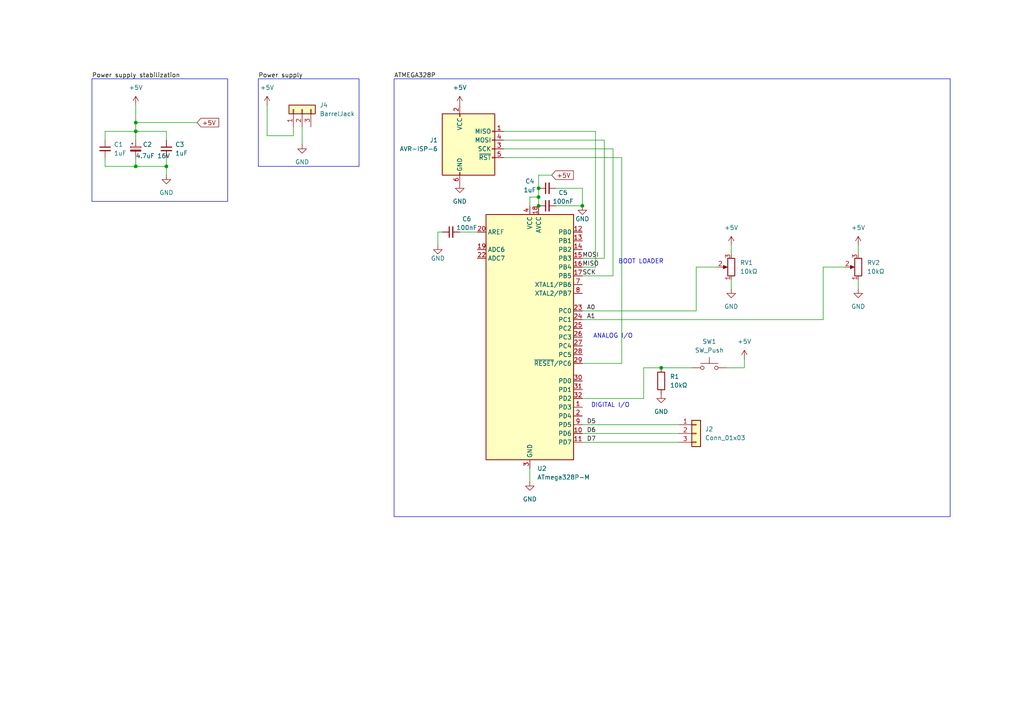
<source format=kicad_sch>
(kicad_sch (version 20250114) (generator "eeschema") (generator_version "9.0")
  (paper "A4")
  (lib_symbols
    (symbol "Connector:AVR-ISP-6" (pin_names (offset 1.016))
      (property "Reference" "J" (at -6.35 11.43 0))
      (property "Value" "AVR-ISP-6" (at 0 11.43 0))
      (symbol "AVR-ISP-6_0_1"
        (rectangle (start -2.667 10.16) (end -2.413 9.398))
        (rectangle (start -2.667 -6.858) (end -2.413 -7.62))
        (rectangle (start 7.62 10.16) (end -7.62 -7.62) (stroke (width 0.254)) (fill (type background)))
        (rectangle (start 7.62 5.207) (end 6.858 4.953))
        (rectangle (start 7.62 2.667) (end 6.858 2.413))
        (rectangle (start 7.62 0.127) (end 6.858 -0.127))
        (rectangle (start 7.62 -2.413) (end 6.858 -2.667))
      )
      (symbol "AVR-ISP-6_1_1"
        (pin passive line (at -2.54 12.7 270) (length 2.54) (name "VCC") (number "2"))
        (pin passive line (at -2.54 -10.16 90) (length 2.54) (name "GND") (number "6"))
        (pin passive line (at 10.16 5.08 180) (length 2.54) (name "MISO") (number "1"))
        (pin passive line (at 10.16 2.54 180) (length 2.54) (name "MOSI") (number "4"))
        (pin passive line (at 10.16 0 180) (length 2.54) (name "SCK") (number "3"))
        (pin passive line (at 10.16 -2.54 180) (length 2.54) (name "~{RST}") (number "5"))
      )
    )
    (symbol "Connector_Generic:Conn_01x03" (pin_names (offset 1.016) (hide yes))
      (property "Reference" "J" (at 0 5.08 0))
      (property "Value" "Conn_01x03" (at 0 -5.08 0))
      (symbol "Conn_01x03_1_1"
        (rectangle (start -1.27 3.81) (end 1.27 -3.81) (stroke (width 0.254)) (fill (type background)))
        (rectangle (start -1.27 2.667) (end 0 2.413) (stroke (width 0.1524)))
        (rectangle (start -1.27 0.127) (end 0 -0.127) (stroke (width 0.1524)))
        (rectangle (start -1.27 -2.413) (end 0 -2.667) (stroke (width 0.1524)))
        (pin passive line (at -5.08 2.54 0) (length 3.81) (name "Pin_1") (number "1"))
        (pin passive line (at -5.08 0 0) (length 3.81) (name "Pin_2") (number "2"))
        (pin passive line (at -5.08 -2.54 0) (length 3.81) (name "Pin_3") (number "3"))
      )
    )
    (symbol "Device:C_Polarized_Small" (pin_numbers (hide yes)) (pin_names (offset 0.254) (hide yes))
      (property "Reference" "C" (at 0.254 1.778 0))
      (property "Value" "C_Polarized_Small" (at 0.254 -2.032 0))
      (symbol "C_Polarized_Small_0_1"
        (rectangle (start -1.524 0.6858) (end 1.524 0.3048))
        (rectangle (start -1.524 -0.3048) (end 1.524 -0.6858) (fill (type outline)))
        (polyline (pts (xy -1.27 1.524) (xy -0.762 1.524)))
        (polyline (pts (xy -1.016 1.27) (xy -1.016 1.778)))
      )
      (symbol "C_Polarized_Small_1_1"
        (pin passive line (at 0 2.54 270) (length 1.8542) (name "~") (number "1"))
        (pin passive line (at 0 -2.54 90) (length 1.8542) (name "~") (number "2"))
      )
    )
    (symbol "Device:C_Small" (pin_numbers (hide yes)) (pin_names (offset 0.254) (hide yes))
      (property "Reference" "C" (at 0.254 1.778 0))
      (property "Value" "C_Small" (at 0.254 -2.032 0))
      (symbol "C_Small_0_1"
        (polyline (pts (xy -1.524 0.508) (xy 1.524 0.508)) (stroke (width 0.3048)))
        (polyline (pts (xy -1.524 -0.508) (xy 1.524 -0.508)) (stroke (width 0.3302)))
      )
      (symbol "C_Small_1_1"
        (pin passive line (at 0 2.54 270) (length 2.032) (name "~") (number "1"))
        (pin passive line (at 0 -2.54 90) (length 2.032) (name "~") (number "2"))
      )
    )
    (symbol "Device:R" (pin_numbers (hide yes)) (pin_names (offset 0))
      (property "Reference" "R" (at 2.032 0 90))
      (property "Value" "R" (at 0 0 90))
      (symbol "R_0_1"
        (rectangle (start -1.016 -2.54) (end 1.016 2.54) (stroke (width 0.254)))
      )
      (symbol "R_1_1"
        (pin passive line (at 0 3.81 270) (length 1.27) (name "~") (number "1"))
        (pin passive line (at 0 -3.81 90) (length 1.27) (name "~") (number "2"))
      )
    )
    (symbol "Device:R_Potentiometer" (pin_names (offset 1.016) (hide yes))
      (property "Reference" "RV" (at -4.445 0 90))
      (property "Value" "R_Potentiometer" (at -2.54 0 90))
      (symbol "R_Potentiometer_0_1"
        (rectangle (start 1.016 2.54) (end -1.016 -2.54) (stroke (width 0.254)))
        (polyline (pts (xy 1.143 0) (xy 2.286 0.508) (xy 2.286 -0.508) (xy 1.143 0)) (fill (type outline)))
        (polyline (pts (xy 2.54 0) (xy 1.524 0)))
      )
      (symbol "R_Potentiometer_1_1"
        (pin passive line (at 0 3.81 270) (length 1.27) (name "1") (number "1"))
        (pin passive line (at 0 -3.81 90) (length 1.27) (name "3") (number "3"))
        (pin passive line (at 3.81 0 180) (length 1.27) (name "2") (number "2"))
      )
    )
    (symbol "MCU_Microchip_ATmega:ATmega328P-M"
      (property "Reference" "U" (at -12.7 36.83 0))
      (property "Value" "ATmega328P-M" (at 2.54 -36.83 0))
      (symbol "ATmega328P-M_0_1"
        (rectangle (start -12.7 -35.56) (end 12.7 35.56) (stroke (width 0.254)) (fill (type background)))
      )
      (symbol "ATmega328P-M_1_1"
        (pin passive line (at -15.24 30.48 0) (length 2.54) (name "AREF") (number "20"))
        (pin input line (at -15.24 25.4 0) (length 2.54) (name "ADC6") (number "19"))
        (pin input line (at -15.24 22.86 0) (length 2.54) (name "ADC7") (number "22"))
        (pin power_in line (at 0 38.1 270) (length 2.54) (name "VCC") (number "4"))
        (pin passive line (at 0 38.1 270) (length 2.54) (hide yes) (name "VCC") (number "6"))
        (pin passive line (at 0 -38.1 90) (length 2.54) (hide yes) (name "GND") (number "21"))
        (pin power_in line (at 0 -38.1 90) (length 2.54) (name "GND") (number "3"))
        (pin passive line (at 0 -38.1 90) (length 2.54) (hide yes) (name "GND") (number "33"))
        (pin passive line (at 0 -38.1 90) (length 2.54) (hide yes) (name "GND") (number "5"))
        (pin power_in line (at 2.54 38.1 270) (length 2.54) (name "AVCC") (number "18"))
        (pin bidirectional line (at 15.24 30.48 180) (length 2.54) (name "PB0") (number "12"))
        (pin bidirectional line (at 15.24 27.94 180) (length 2.54) (name "PB1") (number "13"))
        (pin bidirectional line (at 15.24 25.4 180) (length 2.54) (name "PB2") (number "14"))
        (pin bidirectional line (at 15.24 22.86 180) (length 2.54) (name "PB3") (number "15"))
        (pin bidirectional line (at 15.24 20.32 180) (length 2.54) (name "PB4") (number "16"))
        (pin bidirectional line (at 15.24 17.78 180) (length 2.54) (name "PB5") (number "17"))
        (pin bidirectional line (at 15.24 15.24 180) (length 2.54) (name "XTAL1/PB6") (number "7"))
        (pin bidirectional line (at 15.24 12.7 180) (length 2.54) (name "XTAL2/PB7") (number "8"))
        (pin bidirectional line (at 15.24 7.62 180) (length 2.54) (name "PC0") (number "23"))
        (pin bidirectional line (at 15.24 5.08 180) (length 2.54) (name "PC1") (number "24"))
        (pin bidirectional line (at 15.24 2.54 180) (length 2.54) (name "PC2") (number "25"))
        (pin bidirectional line (at 15.24 0 180) (length 2.54) (name "PC3") (number "26"))
        (pin bidirectional line (at 15.24 -2.54 180) (length 2.54) (name "PC4") (number "27"))
        (pin bidirectional line (at 15.24 -5.08 180) (length 2.54) (name "PC5") (number "28"))
        (pin bidirectional line (at 15.24 -7.62 180) (length 2.54) (name "~{RESET}/PC6") (number "29"))
        (pin bidirectional line (at 15.24 -12.7 180) (length 2.54) (name "PD0") (number "30"))
        (pin bidirectional line (at 15.24 -15.24 180) (length 2.54) (name "PD1") (number "31"))
        (pin bidirectional line (at 15.24 -17.78 180) (length 2.54) (name "PD2") (number "32"))
        (pin bidirectional line (at 15.24 -20.32 180) (length 2.54) (name "PD3") (number "1"))
        (pin bidirectional line (at 15.24 -22.86 180) (length 2.54) (name "PD4") (number "2"))
        (pin bidirectional line (at 15.24 -25.4 180) (length 2.54) (name "PD5") (number "9"))
        (pin bidirectional line (at 15.24 -27.94 180) (length 2.54) (name "PD6") (number "10"))
        (pin bidirectional line (at 15.24 -30.48 180) (length 2.54) (name "PD7") (number "11"))
      )
    )
    (symbol "Switch:SW_Push" (pin_numbers (hide yes)) (pin_names (offset 1.016) (hide yes))
      (property "Reference" "SW" (at 1.27 2.54 0))
      (property "Value" "SW_Push" (at 0 -1.524 0))
      (symbol "SW_Push_0_1"
        (circle (center -2.032 0) (radius 0.508))
        (polyline (pts (xy 0 1.27) (xy 0 3.048)))
        (circle (center 2.032 0) (radius 0.508))
        (polyline (pts (xy 2.54 1.27) (xy -2.54 1.27)))
        (pin passive line (at -5.08 0 0) (length 2.54) (name "1") (number "1"))
        (pin passive line (at 5.08 0 180) (length 2.54) (name "2") (number "2"))
      )
    )
    (symbol "power:+5V" (power) (pin_numbers (hide yes)) (pin_names (offset 0) (hide yes))
      (property "Value" "+5V" (at 0 3.556 0))
      (symbol "+5V_0_1"
        (polyline (pts (xy -0.762 1.27) (xy 0 2.54)))
        (polyline (pts (xy 0 2.54) (xy 0.762 1.27)))
        (polyline (pts (xy 0 0) (xy 0 2.54)))
      )
      (symbol "+5V_1_1"
        (pin power_in line (at 0 0 90) (length 0) (name "~") (number "1"))
      )
    )
    (symbol "power:GND" (power) (pin_numbers (hide yes)) (pin_names (offset 0) (hide yes))
      (property "Value" "GND" (at 0 -3.81 0))
      (symbol "GND_0_1"
        (polyline (pts (xy 0 0) (xy 0 -1.27) (xy 1.27 -1.27) (xy 0 -2.54) (xy -1.27 -1.27) (xy 0 -1.27)))
      )
      (symbol "GND_1_1"
        (pin power_in line (at 0 0 270) (length 0) (name "~") (number "1"))
      )
    )
  )
  (rectangle (start 74.93 22.86) (end 104.14 48.26))
  (rectangle (start 26.67 22.86) (end 66.04 58.42))
  (rectangle (start 114.3 22.86) (end 275.59 149.86))
  (text "BOOT LOADER" (at 185.928 75.946 0) (effects (font (size 1.27 1.27))))
  (text "ANALOG I/O" (at 177.8 97.536 0) (effects (font (size 1.27 1.27))))
  (text "DIGITAL I/O" (at 177.038 117.602 0) (effects (font (size 1.27 1.27))))
  (junction (at 39.37 35.56))
  (junction (at 39.37 38.1))
  (junction (at 191.77 106.68))
  (junction (at 39.37 48.26))
  (junction (at 156.21 59.69))
  (junction (at 48.26 48.26))
  (junction (at 156.21 54.61))
  (junction (at 168.91 59.69))
  (junction (at 156.21 57.15))
  (wire (pts (xy 156.21 50.8) (xy 160.02 50.8)))
  (wire (pts (xy 248.92 81.28) (xy 248.92 83.82)))
  (wire (pts (xy 39.37 30.48) (xy 39.37 35.56)))
  (wire (pts (xy 201.93 90.17) (xy 201.93 77.47)))
  (wire (pts (xy 30.48 48.26) (xy 30.48 45.72)))
  (wire (pts (xy 186.69 115.57) (xy 186.69 106.68)))
  (wire (pts (xy 85.09 36.83) (xy 85.09 39.37)))
  (wire (pts (xy 77.47 30.48) (xy 77.47 39.37)))
  (wire (pts (xy 172.72 77.47) (xy 168.91 77.47)))
  (wire (pts (xy 238.76 92.71) (xy 238.76 77.47)))
  (wire (pts (xy 153.67 135.89) (xy 153.67 139.7)))
  (wire (pts (xy 39.37 38.1) (xy 48.26 38.1)))
  (wire (pts (xy 180.34 45.72) (xy 180.34 105.41)))
  (wire (pts (xy 248.92 71.12) (xy 248.92 73.66)))
  (wire (pts (xy 168.91 90.17) (xy 201.93 90.17)))
  (wire (pts (xy 85.09 39.37) (xy 77.47 39.37)))
  (wire (pts (xy 168.91 80.01) (xy 177.8 80.01)))
  (wire (pts (xy 168.91 125.73) (xy 196.85 125.73)))
  (wire (pts (xy 156.21 54.61) (xy 156.21 57.15)))
  (wire (pts (xy 172.72 38.1) (xy 172.72 77.47)))
  (wire (pts (xy 30.48 38.1) (xy 30.48 40.64)))
  (wire (pts (xy 168.91 115.57) (xy 186.69 115.57)))
  (wire (pts (xy 30.48 38.1) (xy 39.37 38.1)))
  (wire (pts (xy 156.21 57.15) (xy 156.21 59.69)))
  (wire (pts (xy 127 67.31) (xy 127 71.12)))
  (wire (pts (xy 175.26 74.93) (xy 168.91 74.93)))
  (wire (pts (xy 48.26 48.26) (xy 48.26 50.8)))
  (wire (pts (xy 39.37 45.72) (xy 39.37 48.26)))
  (wire (pts (xy 39.37 48.26) (xy 30.48 48.26)))
  (wire (pts (xy 238.76 77.47) (xy 245.11 77.47)))
  (wire (pts (xy 39.37 35.56) (xy 39.37 38.1)))
  (wire (pts (xy 48.26 48.26) (xy 39.37 48.26)))
  (wire (pts (xy 161.29 54.61) (xy 168.91 54.61)))
  (wire (pts (xy 146.05 40.64) (xy 175.26 40.64)))
  (wire (pts (xy 212.09 81.28) (xy 212.09 83.82)))
  (wire (pts (xy 215.9 106.68) (xy 215.9 104.14)))
  (wire (pts (xy 186.69 106.68) (xy 191.77 106.68)))
  (wire (pts (xy 191.77 106.68) (xy 200.66 106.68)))
  (wire (pts (xy 48.26 38.1) (xy 48.26 40.64)))
  (wire (pts (xy 153.67 59.69) (xy 153.67 57.15)))
  (wire (pts (xy 87.63 36.83) (xy 87.63 41.91)))
  (wire (pts (xy 146.05 38.1) (xy 172.72 38.1)))
  (wire (pts (xy 161.29 59.69) (xy 168.91 59.69)))
  (wire (pts (xy 177.8 80.01) (xy 177.8 43.18)))
  (wire (pts (xy 133.35 67.31) (xy 138.43 67.31)))
  (wire (pts (xy 168.91 123.19) (xy 196.85 123.19)))
  (wire (pts (xy 210.82 106.68) (xy 215.9 106.68)))
  (wire (pts (xy 156.21 50.8) (xy 156.21 54.61)))
  (wire (pts (xy 201.93 77.47) (xy 208.28 77.47)))
  (wire (pts (xy 168.91 54.61) (xy 168.91 59.69)))
  (wire (pts (xy 212.09 71.12) (xy 212.09 73.66)))
  (wire (pts (xy 48.26 45.72) (xy 48.26 48.26)))
  (wire (pts (xy 180.34 105.41) (xy 168.91 105.41)))
  (wire (pts (xy 128.27 67.31) (xy 127 67.31)))
  (wire (pts (xy 177.8 43.18) (xy 146.05 43.18)))
  (wire (pts (xy 39.37 38.1) (xy 39.37 40.64)))
  (wire (pts (xy 153.67 57.15) (xy 156.21 57.15)))
  (wire (pts (xy 175.26 40.64) (xy 175.26 74.93)))
  (wire (pts (xy 168.91 128.27) (xy 196.85 128.27)))
  (wire (pts (xy 39.37 35.56) (xy 57.15 35.56)))
  (wire (pts (xy 168.91 92.71) (xy 238.76 92.71)))
  (wire (pts (xy 146.05 45.72) (xy 180.34 45.72)))
  (label "MISO" (at 168.91 77.47 0))
  (label "MOSI" (at 168.91 74.93 0))
  (label "D6" (at 170.18 125.73 0))
  (label "A0" (at 170.18 90.17 0))
  (label "D5" (at 170.18 123.19 0))
  (label "Power supply stabilization" (at 26.67 22.86 0))
  (label "A1" (at 170.18 92.71 0))
  (label "D7" (at 170.18 128.27 0))
  (label "SCK" (at 168.91 80.01 0))
  (label "ATMEGA328P" (at 114.3 22.86 0))
  (label "Power supply" (at 74.93 22.86 0))
  (global_label "+5V" (shape input) (at 160.02 50.8 0) (property "Intersheetrefs" "${INTERSHEET_REFS}" (effects (hide yes))))
  (global_label "+5V" (shape input) (at 57.15 35.56 0) (property "Intersheetrefs" "${INTERSHEET_REFS}" (effects (hide yes))))
  (symbol (lib_id "Device:R_Potentiometer") (at 212.09 77.47 180) (unit 1)
    (property "Reference" "RV1" (at 214.63 76.1999 0) (effects (justify right)))
    (property "Value" "10kΩ" (at 214.63 78.7399 0) (effects (justify right)))
    (property "Footprint" "Potentiometer_THT:Potentiometer_ACP_CA9-V10_Vertical" (effects (hide yes)))
    (property "Description" "Potentiometer" (effects (hide yes)))
  )
  (symbol (lib_id "Device:R") (at 191.77 110.49 0) (unit 1)
    (property "Reference" "R1" (at 194.31 109.2199 0) (effects (justify left)))
    (property "Value" "10kΩ" (at 194.31 111.7599 0) (effects (justify left)))
    (property "Footprint" "Resistor_SMD:R_0201_0603Metric" (effects (hide yes)))
    (property "Description" "Resistor" (effects (hide yes)))
  )
  (symbol (lib_id "power:GND") (at 48.26 50.8 0) (unit 1)
    (property "Reference" "#PWR05" (effects (hide yes)))
    (property "Value" "GND" (at 48.26 55.88 0))
    (property "Description" "Power symbol creates a global label with name \"GND\" , ground" (effects (hide yes)))
  )
  (symbol (lib_id "Device:C_Polarized_Small") (at 39.37 43.18 0) (unit 1)
    (property "Reference" "C2" (at 41.402 41.91 0) (effects (justify left)))
    (property "Value" "4.7uF 16V" (at 39.37 45.212 0) (effects (justify left)))
    (property "Footprint" "Capacitor_SMD:C_0201_0603Metric" (effects (hide yes)))
    (property "Description" "Polarized capacitor, small symbol" (effects (hide yes)))
  )
  (symbol (lib_id "Connector:AVR-ISP-6") (at 135.89 43.18 0) (unit 1)
    (property "Reference" "J1" (at 127 40.6399 0) (effects (justify right)))
    (property "Value" "AVR-ISP-6" (at 127 43.1799 0) (effects (justify right)))
    (property "Footprint" "Connector_Harwin:Harwin_LTek-Male_2x03_P2.00mm_Vertical_StrainRelief" (effects (hide yes)))
    (property "Description" "Atmel 6-pin ISP connector" (effects (hide yes)))
  )
  (symbol (lib_id "Device:C_Small") (at 158.75 54.61 90) (unit 1)
    (property "Reference" "C4" (at 153.67 52.578 90))
    (property "Value" "1uF" (at 153.67 55.118 90))
    (property "Footprint" "Capacitor_SMD:C_0201_0603Metric" (effects (hide yes)))
    (property "Description" "Unpolarized capacitor, small symbol" (effects (hide yes)))
  )
  (symbol (lib_id "power:GND") (at 133.35 53.34 0) (unit 1)
    (property "Reference" "#PWR02" (effects (hide yes)))
    (property "Value" "GND" (at 133.35 58.42 0))
    (property "Description" "Power symbol creates a global label with name \"GND\" , ground" (effects (hide yes)))
  )
  (symbol (lib_id "power:+5V") (at 215.9 104.14 0) (unit 1)
    (property "Reference" "#PWR012" (effects (hide yes)))
    (property "Value" "+5V" (at 215.9 99.06 0))
    (property "Description" "Power symbol creates a global label with name \"+5V\"" (effects (hide yes)))
  )
  (symbol (lib_id "power:+5V") (at 248.92 71.12 0) (unit 1)
    (property "Reference" "#PWR08" (effects (hide yes)))
    (property "Value" "+5V" (at 248.92 66.04 0))
    (property "Description" "Power symbol creates a global label with name \"+5V\"" (effects (hide yes)))
  )
  (symbol (lib_id "Device:R_Potentiometer") (at 248.92 77.47 180) (unit 1)
    (property "Reference" "RV2" (at 251.46 76.1999 0) (effects (justify right)))
    (property "Value" "10kΩ" (at 251.46 78.7399 0) (effects (justify right)))
    (property "Footprint" "Potentiometer_THT:Potentiometer_ACP_CA9-V10_Vertical" (effects (hide yes)))
    (property "Description" "Potentiometer" (effects (hide yes)))
  )
  (symbol (lib_id "power:+5V") (at 212.09 71.12 0) (unit 1)
    (property "Reference" "#PWR09" (effects (hide yes)))
    (property "Value" "+5V" (at 212.09 66.04 0))
    (property "Description" "Power symbol creates a global label with name \"+5V\"" (effects (hide yes)))
  )
  (symbol (lib_id "power:GND") (at 127 71.12 0) (unit 1)
    (property "Reference" "#PWR015" (effects (hide yes)))
    (property "Value" "GND" (at 127 74.93 0))
    (property "Description" "Power symbol creates a global label with name \"GND\" , ground" (effects (hide yes)))
  )
  (symbol (lib_id "power:+5V") (at 39.37 30.48 0) (unit 1)
    (property "Reference" "#PWR04" (effects (hide yes)))
    (property "Value" "+5V" (at 39.37 25.4 0))
    (property "Description" "Power symbol creates a global label with name \"+5V\"" (effects (hide yes)))
  )
  (symbol (lib_id "power:GND") (at 248.92 83.82 0) (unit 1)
    (property "Reference" "#PWR010" (effects (hide yes)))
    (property "Value" "GND" (at 248.92 88.9 0))
    (property "Description" "Power symbol creates a global label with name \"GND\" , ground" (effects (hide yes)))
  )
  (symbol (lib_id "Device:C_Small") (at 30.48 43.18 0) (unit 1)
    (property "Reference" "C1" (at 33.02 41.9162 0) (effects (justify left)))
    (property "Value" "1uF" (at 33.02 44.4562 0) (effects (justify left)))
    (property "Footprint" "Capacitor_SMD:C_0201_0603Metric" (effects (hide yes)))
    (property "Description" "Unpolarized capacitor, small symbol" (effects (hide yes)))
  )
  (symbol (lib_id "Connector_Generic:Conn_01x03") (at 201.93 125.73 0) (unit 1)
    (property "Reference" "J2" (at 204.47 124.4599 0) (effects (justify left)))
    (property "Value" "Conn_01x03" (at 204.47 126.9999 0) (effects (justify left)))
    (property "Footprint" "Connector_PinHeader_2.54mm:PinHeader_1x03_P2.54mm_Vertical" (effects (hide yes)))
    (property "Description" "Generic connector, single row, 01x03, script generated (kicad-library-utils/schlib/autogen/connector/)" (effects (hide yes)))
  )
  (symbol (lib_id "power:GND") (at 168.91 59.69 0) (unit 1)
    (property "Reference" "#PWR014" (effects (hide yes)))
    (property "Value" "GND" (at 168.91 63.5 0))
    (property "Description" "Power symbol creates a global label with name \"GND\" , ground" (effects (hide yes)))
  )
  (symbol (lib_id "power:+5V") (at 77.47 30.48 0) (unit 1)
    (property "Reference" "#PWR06" (effects (hide yes)))
    (property "Value" "+5V" (at 77.47 25.4 0))
    (property "Description" "Power symbol creates a global label with name \"+5V\"" (effects (hide yes)))
  )
  (symbol (lib_id "Device:C_Small") (at 48.26 43.18 0) (unit 1)
    (property "Reference" "C3" (at 50.8 41.9162 0) (effects (justify left)))
    (property "Value" "1uF" (at 50.8 44.4562 0) (effects (justify left)))
    (property "Footprint" "Capacitor_SMD:C_0201_0603Metric" (effects (hide yes)))
    (property "Description" "Unpolarized capacitor, small symbol" (effects (hide yes)))
  )
  (symbol (lib_id "Device:C_Small") (at 158.75 59.69 90) (unit 1)
    (property "Reference" "C5" (at 163.322 55.88 90))
    (property "Value" "100nF" (at 163.322 58.42 90))
    (property "Footprint" "Capacitor_SMD:C_0201_0603Metric" (effects (hide yes)))
    (property "Description" "Unpolarized capacitor, small symbol" (effects (hide yes)))
  )
  (symbol (lib_id "Device:C_Small") (at 130.81 67.31 90) (unit 1)
    (property "Reference" "C6" (at 135.382 63.5 90))
    (property "Value" "100nF" (at 135.382 66.04 90))
    (property "Footprint" "Capacitor_SMD:C_0201_0603Metric" (effects (hide yes)))
    (property "Description" "Unpolarized capacitor, small symbol" (effects (hide yes)))
  )
  (symbol (lib_id "power:GND") (at 191.77 114.3 0) (unit 1)
    (property "Reference" "#PWR013" (effects (hide yes)))
    (property "Value" "GND" (at 191.77 119.38 0))
    (property "Description" "Power symbol creates a global label with name \"GND\" , ground" (effects (hide yes)))
  )
  (symbol (lib_id "power:+5V") (at 133.35 30.48 0) (unit 1)
    (property "Reference" "#PWR03" (effects (hide yes)))
    (property "Value" "+5V" (at 133.35 25.4 0))
    (property "Description" "Power symbol creates a global label with name \"+5V\"" (effects (hide yes)))
  )
  (symbol (lib_id "power:GND") (at 212.09 83.82 0) (unit 1)
    (property "Reference" "#PWR011" (effects (hide yes)))
    (property "Value" "GND" (at 212.09 88.9 0))
    (property "Description" "Power symbol creates a global label with name \"GND\" , ground" (effects (hide yes)))
  )
  (symbol (lib_id "MCU_Microchip_ATmega:ATmega328P-M") (at 153.67 97.79 0) (unit 1)
    (property "Reference" "U2" (at 155.8133 135.89 0) (effects (justify left)))
    (property "Value" "ATmega328P-M" (at 155.8133 138.43 0) (effects (justify left)))
    (property "Footprint" "Package_DFN_QFN:QFN-32-1EP_5x5mm_P0.5mm_EP3.1x3.1mm" (effects (hide yes)))
    (property "Datasheet" "http://ww1.microchip.com/downloads/en/DeviceDoc/ATmega328_P%20AVR%20MCU%20with%20picoPower%20Technology%20Data%20Sheet%2040001984A.pdf" (effects (hide yes)))
    (property "Description" "20MHz, 32kB Flash, 2kB SRAM, 1kB EEPROM, QFN-32" (effects (hide yes)))
  )
  (symbol (lib_id "Switch:SW_Push") (at 205.74 106.68 0) (unit 1)
    (property "Reference" "SW1" (at 205.74 99.06 0))
    (property "Value" "SW_Push" (at 205.74 101.6 0))
    (property "Footprint" "Button_Switch_THT:SW_TH_Tactile_Omron_B3F-10xx" (effects (hide yes)))
    (property "Description" "Push button switch, generic, two pins" (effects (hide yes)))
  )
  (symbol (lib_id "power:GND") (at 87.63 41.91 0) (unit 1)
    (property "Reference" "#PWR07" (effects (hide yes)))
    (property "Value" "GND" (at 87.63 46.99 0))
    (property "Description" "Power symbol creates a global label with name \"GND\" , ground" (effects (hide yes)))
  )
  (symbol (lib_id "power:GND") (at 153.67 139.7 0) (unit 1)
    (property "Reference" "#PWR01" (effects (hide yes)))
    (property "Value" "GND" (at 153.67 144.78 0))
    (property "Description" "Power symbol creates a global label with name \"GND\" , ground" (effects (hide yes)))
  )
  (symbol (lib_id "Connector_Generic:Conn_01x03") (at 87.63 31.75 90) (unit 1)
    (property "Reference" "J4" (at 92.71 30.4799 90) (effects (justify right)))
    (property "Value" "BarrelJack" (at 92.71 33.0199 90) (effects (justify right)))
    (property "Footprint" "Connector_BarrelJack:BarrelJack_CUI_PJ-102AH_Horizontal" (effects (hide yes)))
    (property "Description" "Generic connector, single row, 01x03, script generated (kicad-library-utils/schlib/autogen/connector/)" (effects (hide yes)))
  )
)
</source>
